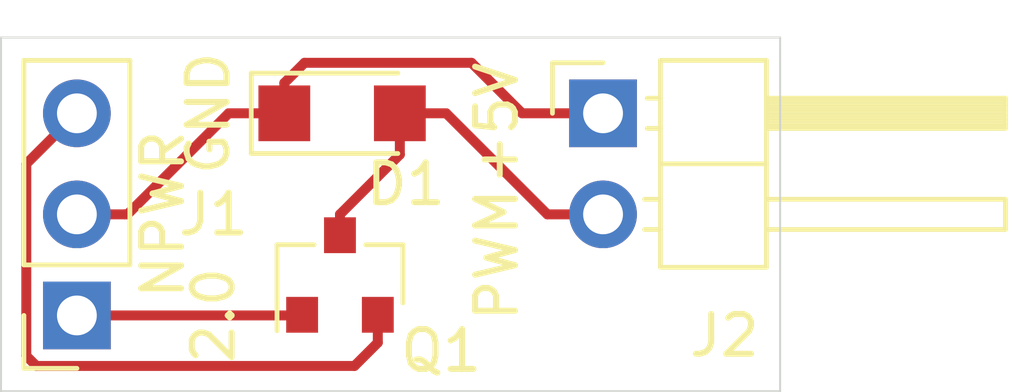
<source format=kicad_pcb>
(kicad_pcb (version 20171130) (host pcbnew "(5.1.5)-3")

  (general
    (thickness 1.6)
    (drawings 9)
    (tracks 23)
    (zones 0)
    (modules 4)
    (nets 5)
  )

  (page A4)
  (layers
    (0 F.Cu signal)
    (31 B.Cu signal)
    (32 B.Adhes user hide)
    (33 F.Adhes user hide)
    (34 B.Paste user)
    (35 F.Paste user hide)
    (36 B.SilkS user)
    (37 F.SilkS user)
    (38 B.Mask user hide)
    (39 F.Mask user hide)
    (40 Dwgs.User user hide)
    (41 Cmts.User user hide)
    (42 Eco1.User user hide)
    (43 Eco2.User user hide)
    (44 Edge.Cuts user)
    (45 Margin user hide)
    (46 B.CrtYd user hide)
    (47 F.CrtYd user)
    (48 B.Fab user hide)
    (49 F.Fab user hide)
  )

  (setup
    (last_trace_width 0.25)
    (trace_clearance 0.2)
    (zone_clearance 0.508)
    (zone_45_only no)
    (trace_min 0.2)
    (via_size 0.8)
    (via_drill 0.4)
    (via_min_size 0.4)
    (via_min_drill 0.3)
    (uvia_size 0.3)
    (uvia_drill 0.1)
    (uvias_allowed no)
    (uvia_min_size 0.2)
    (uvia_min_drill 0.1)
    (edge_width 0.05)
    (segment_width 0.2)
    (pcb_text_width 0.3)
    (pcb_text_size 1.5 1.5)
    (mod_edge_width 0.12)
    (mod_text_size 1 1)
    (mod_text_width 0.15)
    (pad_size 1.524 1.524)
    (pad_drill 0.762)
    (pad_to_mask_clearance 0.051)
    (solder_mask_min_width 0.25)
    (aux_axis_origin 0 0)
    (visible_elements 7FFFFFFF)
    (pcbplotparams
      (layerselection 0x010fc_ffffffff)
      (usegerberextensions false)
      (usegerberattributes false)
      (usegerberadvancedattributes false)
      (creategerberjobfile false)
      (excludeedgelayer true)
      (linewidth 0.100000)
      (plotframeref false)
      (viasonmask false)
      (mode 1)
      (useauxorigin false)
      (hpglpennumber 1)
      (hpglpenspeed 20)
      (hpglpendiameter 15.000000)
      (psnegative false)
      (psa4output false)
      (plotreference true)
      (plotvalue true)
      (plotinvisibletext false)
      (padsonsilk false)
      (subtractmaskfromsilk false)
      (outputformat 1)
      (mirror false)
      (drillshape 1)
      (scaleselection 1)
      (outputdirectory ""))
  )

  (net 0 "")
  (net 1 "Net-(D1-Pad2)")
  (net 2 /NPWR)
  (net 3 /GND)
  (net 4 /P2_00)

  (net_class Default "This is the default net class."
    (clearance 0.2)
    (trace_width 0.25)
    (via_dia 0.8)
    (via_drill 0.4)
    (uvia_dia 0.3)
    (uvia_drill 0.1)
    (add_net /GND)
    (add_net /NPWR)
    (add_net /P2_00)
    (add_net "Net-(D1-Pad2)")
  )

  (module Connector_PinHeader_2.54mm:PinHeader_1x02_P2.54mm_Horizontal (layer F.Cu) (tedit 59FED5CB) (tstamp 5EE81C84)
    (at 107.188 88.9)
    (descr "Through hole angled pin header, 1x02, 2.54mm pitch, 6mm pin length, single row")
    (tags "Through hole angled pin header THT 1x02 2.54mm single row")
    (path /5EE82E4E)
    (fp_text reference J2 (at 3.048 5.588) (layer F.SilkS)
      (effects (font (size 1 1) (thickness 0.15)))
    )
    (fp_text value Conn_01x02_Male (at 4.385 4.81) (layer F.Fab)
      (effects (font (size 1 1) (thickness 0.15)))
    )
    (fp_text user %R (at 2.77 1.27 90) (layer F.Fab)
      (effects (font (size 1 1) (thickness 0.15)))
    )
    (fp_line (start 10.55 -1.8) (end -1.8 -1.8) (layer F.CrtYd) (width 0.05))
    (fp_line (start 10.55 4.35) (end 10.55 -1.8) (layer F.CrtYd) (width 0.05))
    (fp_line (start -1.8 4.35) (end 10.55 4.35) (layer F.CrtYd) (width 0.05))
    (fp_line (start -1.8 -1.8) (end -1.8 4.35) (layer F.CrtYd) (width 0.05))
    (fp_line (start -1.27 -1.27) (end 0 -1.27) (layer F.SilkS) (width 0.12))
    (fp_line (start -1.27 0) (end -1.27 -1.27) (layer F.SilkS) (width 0.12))
    (fp_line (start 1.042929 2.92) (end 1.44 2.92) (layer F.SilkS) (width 0.12))
    (fp_line (start 1.042929 2.16) (end 1.44 2.16) (layer F.SilkS) (width 0.12))
    (fp_line (start 10.1 2.92) (end 4.1 2.92) (layer F.SilkS) (width 0.12))
    (fp_line (start 10.1 2.16) (end 10.1 2.92) (layer F.SilkS) (width 0.12))
    (fp_line (start 4.1 2.16) (end 10.1 2.16) (layer F.SilkS) (width 0.12))
    (fp_line (start 1.44 1.27) (end 4.1 1.27) (layer F.SilkS) (width 0.12))
    (fp_line (start 1.11 0.38) (end 1.44 0.38) (layer F.SilkS) (width 0.12))
    (fp_line (start 1.11 -0.38) (end 1.44 -0.38) (layer F.SilkS) (width 0.12))
    (fp_line (start 4.1 0.28) (end 10.1 0.28) (layer F.SilkS) (width 0.12))
    (fp_line (start 4.1 0.16) (end 10.1 0.16) (layer F.SilkS) (width 0.12))
    (fp_line (start 4.1 0.04) (end 10.1 0.04) (layer F.SilkS) (width 0.12))
    (fp_line (start 4.1 -0.08) (end 10.1 -0.08) (layer F.SilkS) (width 0.12))
    (fp_line (start 4.1 -0.2) (end 10.1 -0.2) (layer F.SilkS) (width 0.12))
    (fp_line (start 4.1 -0.32) (end 10.1 -0.32) (layer F.SilkS) (width 0.12))
    (fp_line (start 10.1 0.38) (end 4.1 0.38) (layer F.SilkS) (width 0.12))
    (fp_line (start 10.1 -0.38) (end 10.1 0.38) (layer F.SilkS) (width 0.12))
    (fp_line (start 4.1 -0.38) (end 10.1 -0.38) (layer F.SilkS) (width 0.12))
    (fp_line (start 4.1 -1.33) (end 1.44 -1.33) (layer F.SilkS) (width 0.12))
    (fp_line (start 4.1 3.87) (end 4.1 -1.33) (layer F.SilkS) (width 0.12))
    (fp_line (start 1.44 3.87) (end 4.1 3.87) (layer F.SilkS) (width 0.12))
    (fp_line (start 1.44 -1.33) (end 1.44 3.87) (layer F.SilkS) (width 0.12))
    (fp_line (start 4.04 2.86) (end 10.04 2.86) (layer F.Fab) (width 0.1))
    (fp_line (start 10.04 2.22) (end 10.04 2.86) (layer F.Fab) (width 0.1))
    (fp_line (start 4.04 2.22) (end 10.04 2.22) (layer F.Fab) (width 0.1))
    (fp_line (start -0.32 2.86) (end 1.5 2.86) (layer F.Fab) (width 0.1))
    (fp_line (start -0.32 2.22) (end -0.32 2.86) (layer F.Fab) (width 0.1))
    (fp_line (start -0.32 2.22) (end 1.5 2.22) (layer F.Fab) (width 0.1))
    (fp_line (start 4.04 0.32) (end 10.04 0.32) (layer F.Fab) (width 0.1))
    (fp_line (start 10.04 -0.32) (end 10.04 0.32) (layer F.Fab) (width 0.1))
    (fp_line (start 4.04 -0.32) (end 10.04 -0.32) (layer F.Fab) (width 0.1))
    (fp_line (start -0.32 0.32) (end 1.5 0.32) (layer F.Fab) (width 0.1))
    (fp_line (start -0.32 -0.32) (end -0.32 0.32) (layer F.Fab) (width 0.1))
    (fp_line (start -0.32 -0.32) (end 1.5 -0.32) (layer F.Fab) (width 0.1))
    (fp_line (start 1.5 -0.635) (end 2.135 -1.27) (layer F.Fab) (width 0.1))
    (fp_line (start 1.5 3.81) (end 1.5 -0.635) (layer F.Fab) (width 0.1))
    (fp_line (start 4.04 3.81) (end 1.5 3.81) (layer F.Fab) (width 0.1))
    (fp_line (start 4.04 -1.27) (end 4.04 3.81) (layer F.Fab) (width 0.1))
    (fp_line (start 2.135 -1.27) (end 4.04 -1.27) (layer F.Fab) (width 0.1))
    (pad 2 thru_hole oval (at 0 2.54) (size 1.7 1.7) (drill 1) (layers *.Cu *.Mask)
      (net 1 "Net-(D1-Pad2)"))
    (pad 1 thru_hole rect (at 0 0) (size 1.7 1.7) (drill 1) (layers *.Cu *.Mask)
      (net 2 /NPWR))
    (model ${KISYS3DMOD}/Connector_PinHeader_2.54mm.3dshapes/PinHeader_1x02_P2.54mm_Horizontal.wrl
      (at (xyz 0 0 0))
      (scale (xyz 1 1 1))
      (rotate (xyz 0 0 0))
    )
  )

  (module Package_TO_SOT_SMD:SOT-23 (layer F.Cu) (tedit 5A02FF57) (tstamp 5EE81067)
    (at 100.584 92.964 90)
    (descr "SOT-23, Standard")
    (tags SOT-23)
    (path /5EE8D9B4)
    (attr smd)
    (fp_text reference Q1 (at -1.905 2.54 180) (layer F.SilkS)
      (effects (font (size 1 1) (thickness 0.15)))
    )
    (fp_text value 2N7002P (at 0 2.5 90) (layer F.Fab) hide
      (effects (font (size 1 1) (thickness 0.15)))
    )
    (fp_line (start 0.76 1.58) (end -0.7 1.58) (layer F.SilkS) (width 0.12))
    (fp_line (start 0.76 -1.58) (end -1.4 -1.58) (layer F.SilkS) (width 0.12))
    (fp_line (start -1.7 1.75) (end -1.7 -1.75) (layer F.CrtYd) (width 0.05))
    (fp_line (start 1.7 1.75) (end -1.7 1.75) (layer F.CrtYd) (width 0.05))
    (fp_line (start 1.7 -1.75) (end 1.7 1.75) (layer F.CrtYd) (width 0.05))
    (fp_line (start -1.7 -1.75) (end 1.7 -1.75) (layer F.CrtYd) (width 0.05))
    (fp_line (start 0.76 -1.58) (end 0.76 -0.65) (layer F.SilkS) (width 0.12))
    (fp_line (start 0.76 1.58) (end 0.76 0.65) (layer F.SilkS) (width 0.12))
    (fp_line (start -0.7 1.52) (end 0.7 1.52) (layer F.Fab) (width 0.1))
    (fp_line (start 0.7 -1.52) (end 0.7 1.52) (layer F.Fab) (width 0.1))
    (fp_line (start -0.7 -0.95) (end -0.15 -1.52) (layer F.Fab) (width 0.1))
    (fp_line (start -0.15 -1.52) (end 0.7 -1.52) (layer F.Fab) (width 0.1))
    (fp_line (start -0.7 -0.95) (end -0.7 1.5) (layer F.Fab) (width 0.1))
    (fp_text user %R (at 0 0) (layer F.Fab)
      (effects (font (size 0.5 0.5) (thickness 0.075)))
    )
    (pad 3 smd rect (at 1 0 90) (size 0.9 0.8) (layers F.Cu F.Paste F.Mask)
      (net 1 "Net-(D1-Pad2)"))
    (pad 2 smd rect (at -1 0.95 90) (size 0.9 0.8) (layers F.Cu F.Paste F.Mask)
      (net 3 /GND))
    (pad 1 smd rect (at -1 -0.95 90) (size 0.9 0.8) (layers F.Cu F.Paste F.Mask)
      (net 4 /P2_00))
    (model ${KISYS3DMOD}/Package_TO_SOT_SMD.3dshapes/SOT-23.wrl
      (at (xyz 0 0 0))
      (scale (xyz 1 1 1))
      (rotate (xyz 0 0 0))
    )
  )

  (module Connector_PinSocket_2.54mm:PinSocket_1x03_P2.54mm_Vertical (layer F.Cu) (tedit 5A19A429) (tstamp 5EE8101F)
    (at 93.98 93.98 180)
    (descr "Through hole straight socket strip, 1x03, 2.54mm pitch, single row (from Kicad 4.0.7), script generated")
    (tags "Through hole socket strip THT 1x03 2.54mm single row")
    (path /5EE81C7D)
    (fp_text reference J1 (at -3.429 2.54) (layer F.SilkS)
      (effects (font (size 1 1) (thickness 0.15)))
    )
    (fp_text value Conn_01x03_Female (at 0 7.85) (layer F.Fab) hide
      (effects (font (size 1 1) (thickness 0.15)))
    )
    (fp_text user %R (at 0 2.54 90) (layer F.Fab)
      (effects (font (size 1 1) (thickness 0.15)))
    )
    (fp_line (start -1.8 6.85) (end -1.8 -1.8) (layer F.CrtYd) (width 0.05))
    (fp_line (start 1.75 6.85) (end -1.8 6.85) (layer F.CrtYd) (width 0.05))
    (fp_line (start 1.75 -1.8) (end 1.75 6.85) (layer F.CrtYd) (width 0.05))
    (fp_line (start -1.8 -1.8) (end 1.75 -1.8) (layer F.CrtYd) (width 0.05))
    (fp_line (start 0 -1.33) (end 1.33 -1.33) (layer F.SilkS) (width 0.12))
    (fp_line (start 1.33 -1.33) (end 1.33 0) (layer F.SilkS) (width 0.12))
    (fp_line (start 1.33 1.27) (end 1.33 6.41) (layer F.SilkS) (width 0.12))
    (fp_line (start -1.33 6.41) (end 1.33 6.41) (layer F.SilkS) (width 0.12))
    (fp_line (start -1.33 1.27) (end -1.33 6.41) (layer F.SilkS) (width 0.12))
    (fp_line (start -1.33 1.27) (end 1.33 1.27) (layer F.SilkS) (width 0.12))
    (fp_line (start -1.27 6.35) (end -1.27 -1.27) (layer F.Fab) (width 0.1))
    (fp_line (start 1.27 6.35) (end -1.27 6.35) (layer F.Fab) (width 0.1))
    (fp_line (start 1.27 -0.635) (end 1.27 6.35) (layer F.Fab) (width 0.1))
    (fp_line (start 0.635 -1.27) (end 1.27 -0.635) (layer F.Fab) (width 0.1))
    (fp_line (start -1.27 -1.27) (end 0.635 -1.27) (layer F.Fab) (width 0.1))
    (pad 3 thru_hole oval (at 0 5.08 180) (size 1.7 1.7) (drill 1) (layers *.Cu *.Mask)
      (net 3 /GND))
    (pad 2 thru_hole oval (at 0 2.54 180) (size 1.7 1.7) (drill 1) (layers *.Cu *.Mask)
      (net 2 /NPWR))
    (pad 1 thru_hole rect (at 0 0 180) (size 1.7 1.7) (drill 1) (layers *.Cu *.Mask)
      (net 4 /P2_00))
    (model ${KISYS3DMOD}/Connector_PinSocket_2.54mm.3dshapes/PinSocket_1x03_P2.54mm_Vertical.wrl
      (at (xyz 0 0 0))
      (scale (xyz 1 1 1))
      (rotate (xyz 0 0 0))
    )
  )

  (module Diode_SMD:D_SMF (layer F.Cu) (tedit 5D31F510) (tstamp 5EE81F20)
    (at 100.637 88.9)
    (descr "Diode SMF (DO-219AB), http://www.vishay.com/docs/95572/smf_do-219ab.pdf")
    (tags "Diode SMF (DO-214AB)")
    (path /5EE89295)
    (attr smd)
    (fp_text reference D1 (at 1.598 1.778) (layer F.SilkS)
      (effects (font (size 1 1) (thickness 0.15)))
    )
    (fp_text value SL03-M-08 (at 0 2) (layer F.Fab) hide
      (effects (font (size 1 1) (thickness 0.15)))
    )
    (fp_line (start -2.28 -1.01) (end 1.4 -1.01) (layer F.SilkS) (width 0.12))
    (fp_line (start -2.28 1.01) (end 1.4 1.01) (layer F.SilkS) (width 0.12))
    (fp_line (start -0.3 0) (end 0.3 -0.4) (layer F.Fab) (width 0.1))
    (fp_line (start -0.3 0.00102) (end 0.3 0.4) (layer F.Fab) (width 0.1))
    (fp_line (start 0.3 0.4) (end 0.3 -0.4) (layer F.Fab) (width 0.1))
    (fp_line (start -0.3 -0.4) (end -0.3 0.4) (layer F.Fab) (width 0.1))
    (fp_line (start 0.3 0) (end 0.9 0) (layer F.Fab) (width 0.1))
    (fp_line (start -0.3 0) (end -0.9 0) (layer F.Fab) (width 0.1))
    (fp_line (start -2.35 1.15) (end -2.35 -1.15) (layer F.CrtYd) (width 0.05))
    (fp_line (start 2.35 1.15) (end -2.35 1.15) (layer F.CrtYd) (width 0.05))
    (fp_line (start 2.35 -1.15) (end 2.35 1.15) (layer F.CrtYd) (width 0.05))
    (fp_line (start -2.35 -1.15) (end 2.35 -1.15) (layer F.CrtYd) (width 0.05))
    (fp_line (start 1.4 -0.9) (end -1.4 -0.9) (layer F.Fab) (width 0.1))
    (fp_line (start 1.4 -0.9) (end 1.4 0.9) (layer F.Fab) (width 0.1))
    (fp_line (start -1.4 0.9) (end -1.4 -0.9) (layer F.Fab) (width 0.1))
    (fp_line (start 1.4 0.9) (end -1.4 0.9) (layer F.Fab) (width 0.1))
    (fp_line (start -2.28 -1.01) (end -2.28 1.01) (layer F.SilkS) (width 0.12))
    (fp_text user %R (at 0 -2) (layer F.Fab)
      (effects (font (size 1 1) (thickness 0.15)))
    )
    (pad 2 smd rect (at 1.45 0) (size 1.3 1.4) (layers F.Cu F.Paste F.Mask)
      (net 1 "Net-(D1-Pad2)"))
    (pad 1 smd rect (at -1.45 0) (size 1.3 1.4) (layers F.Cu F.Paste F.Mask)
      (net 2 /NPWR))
    (model ${KISYS3DMOD}/Diode_SMD.3dshapes/D_SMF.wrl
      (at (xyz 0 0 0))
      (scale (xyz 1 1 1))
      (rotate (xyz 0 0 0))
    )
  )

  (gr_line (start 92.075 95.885) (end 92.075 86.995) (layer Edge.Cuts) (width 0.05) (tstamp 5EE82252))
  (gr_line (start 111.633 95.885) (end 92.075 95.885) (layer Edge.Cuts) (width 0.05))
  (gr_line (start 111.633 86.995) (end 111.633 95.885) (layer Edge.Cuts) (width 0.05))
  (gr_line (start 92.075 86.995) (end 111.633 86.995) (layer Edge.Cuts) (width 0.05))
  (gr_text 2.0 (at 97.409 93.98 90) (layer F.SilkS)
    (effects (font (size 1 1) (thickness 0.15)))
  )
  (gr_text NPWR (at 96.139 91.44 90) (layer F.SilkS)
    (effects (font (size 1 1) (thickness 0.15)))
  )
  (gr_text GND (at 97.282 88.9 90) (layer F.SilkS)
    (effects (font (size 1 1) (thickness 0.15)))
  )
  (gr_text +5V (at 104.521 89.154 90) (layer F.SilkS)
    (effects (font (size 1 1) (thickness 0.15)))
  )
  (gr_text PWM (at 104.521 92.456 90) (layer F.SilkS)
    (effects (font (size 1 1) (thickness 0.15)))
  )

  (segment (start 107.188 91.44) (end 105.791 91.44) (width 0.25) (layer F.Cu) (net 1))
  (segment (start 103.251 88.9) (end 102.087 88.9) (width 0.25) (layer F.Cu) (net 1))
  (segment (start 105.791 91.44) (end 103.251 88.9) (width 0.25) (layer F.Cu) (net 1))
  (segment (start 100.584 91.44) (end 100.584 92.091) (width 0.25) (layer F.Cu) (net 1))
  (segment (start 102.087 88.9) (end 102.087 89.937) (width 0.25) (layer F.Cu) (net 1))
  (segment (start 102.087 89.937) (end 100.584 91.44) (width 0.25) (layer F.Cu) (net 1))
  (segment (start 95.182081 91.44) (end 93.98 91.44) (width 0.25) (layer F.Cu) (net 2))
  (segment (start 99.187 88.9) (end 97.79 88.9) (width 0.25) (layer F.Cu) (net 2))
  (segment (start 95.25 91.44) (end 95.182081 91.44) (width 0.25) (layer F.Cu) (net 2))
  (segment (start 97.79 88.9) (end 95.25 91.44) (width 0.25) (layer F.Cu) (net 2))
  (segment (start 99.187 88.138) (end 99.187 88.9) (width 0.25) (layer F.Cu) (net 2))
  (segment (start 103.886 87.63) (end 99.695 87.63) (width 0.25) (layer F.Cu) (net 2))
  (segment (start 99.695 87.63) (end 99.187 88.138) (width 0.25) (layer F.Cu) (net 2))
  (segment (start 107.188 88.9) (end 105.156 88.9) (width 0.25) (layer F.Cu) (net 2))
  (segment (start 105.156 88.9) (end 103.886 87.63) (width 0.25) (layer F.Cu) (net 2))
  (segment (start 101.534 94.664) (end 101.534 93.964) (width 0.25) (layer F.Cu) (net 3))
  (segment (start 92.71 90.17) (end 92.71 94.996) (width 0.25) (layer F.Cu) (net 3))
  (segment (start 93.98 88.9) (end 92.71 90.17) (width 0.25) (layer F.Cu) (net 3))
  (segment (start 92.71 94.996) (end 92.964 95.25) (width 0.25) (layer F.Cu) (net 3))
  (segment (start 92.964 95.25) (end 100.948 95.25) (width 0.25) (layer F.Cu) (net 3))
  (segment (start 100.948 95.25) (end 101.534 94.664) (width 0.25) (layer F.Cu) (net 3))
  (segment (start 99.618 93.98) (end 99.634 93.964) (width 0.25) (layer F.Cu) (net 4))
  (segment (start 93.98 93.98) (end 99.618 93.98) (width 0.25) (layer F.Cu) (net 4))

)

</source>
